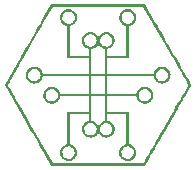
<source format=gbo>
%TF.GenerationSoftware,KiCad,Pcbnew,7.0.10*%
%TF.CreationDate,2024-01-13T22:46:11-05:00*%
%TF.ProjectId,NOR Flasher,4e4f5220-466c-4617-9368-65722e6b6963,rev?*%
%TF.SameCoordinates,Original*%
%TF.FileFunction,Legend,Bot*%
%TF.FilePolarity,Positive*%
%FSLAX46Y46*%
G04 Gerber Fmt 4.6, Leading zero omitted, Abs format (unit mm)*
G04 Created by KiCad (PCBNEW 7.0.10) date 2024-01-13 22:46:11*
%MOMM*%
%LPD*%
G01*
G04 APERTURE LIST*
%ADD10R,1.700000X1.700000*%
%ADD11O,1.700000X1.700000*%
%ADD12R,1.600000X1.600000*%
%ADD13O,1.600000X1.600000*%
G04 APERTURE END LIST*
%TO.C,G\u002A\u002A\u002A*%
G36*
X145034447Y-106732558D02*
G01*
X144996885Y-106799836D01*
X144942670Y-106895941D01*
X144872922Y-107018923D01*
X144788763Y-107166832D01*
X144691316Y-107337718D01*
X144581700Y-107529630D01*
X144461039Y-107740618D01*
X144330454Y-107968732D01*
X144191067Y-108212021D01*
X144043998Y-108468537D01*
X143890370Y-108736327D01*
X143731304Y-109013443D01*
X143567923Y-109297933D01*
X143401347Y-109587849D01*
X143232698Y-109881239D01*
X143063098Y-110176153D01*
X142893669Y-110470641D01*
X142725532Y-110762753D01*
X142559808Y-111050539D01*
X142397620Y-111332048D01*
X142240090Y-111605331D01*
X142088337Y-111868437D01*
X141943485Y-112119415D01*
X141806656Y-112356316D01*
X141678969Y-112577190D01*
X141561548Y-112780086D01*
X141455514Y-112963054D01*
X141361988Y-113124143D01*
X141282092Y-113261405D01*
X141216948Y-113372888D01*
X141167678Y-113456642D01*
X141135403Y-113510717D01*
X141121244Y-113533163D01*
X141112893Y-113535952D01*
X141089878Y-113538672D01*
X141050958Y-113541146D01*
X140994768Y-113543380D01*
X140919947Y-113545381D01*
X140825131Y-113547156D01*
X140708956Y-113548712D01*
X140570061Y-113550054D01*
X140407083Y-113551191D01*
X140218657Y-113552128D01*
X140003421Y-113552873D01*
X139760013Y-113553432D01*
X139487069Y-113553811D01*
X139183226Y-113554018D01*
X138847122Y-113554060D01*
X138477392Y-113553942D01*
X138072675Y-113553672D01*
X137631608Y-113553256D01*
X137152826Y-113552701D01*
X133203746Y-113547769D01*
X133034647Y-113254692D01*
X133019303Y-113228100D01*
X132979958Y-113159925D01*
X132922857Y-113060987D01*
X132849085Y-112933167D01*
X132759726Y-112778345D01*
X132655865Y-112598399D01*
X132538588Y-112395210D01*
X132408979Y-112170658D01*
X132268124Y-111926622D01*
X132117107Y-111664983D01*
X131957014Y-111387619D01*
X131788928Y-111096411D01*
X131613937Y-110793239D01*
X131433123Y-110479982D01*
X131247574Y-110158520D01*
X131058372Y-109830734D01*
X129251875Y-106701029D01*
X129520785Y-106701029D01*
X129521163Y-106702225D01*
X129534531Y-106728112D01*
X129566340Y-106785864D01*
X129615650Y-106873840D01*
X129681521Y-106990399D01*
X129763013Y-107133898D01*
X129859187Y-107302697D01*
X129969103Y-107495155D01*
X130091821Y-107709629D01*
X130226402Y-107944480D01*
X130371905Y-108198064D01*
X130527390Y-108468742D01*
X130691919Y-108754871D01*
X130864552Y-109054810D01*
X131044348Y-109366919D01*
X131230367Y-109689555D01*
X131421671Y-110021077D01*
X133322235Y-113313308D01*
X137155404Y-113318241D01*
X140988574Y-113323174D01*
X141016522Y-113279164D01*
X141023353Y-113268103D01*
X141052020Y-113220034D01*
X141097899Y-113141913D01*
X141159843Y-113035737D01*
X141236703Y-112903501D01*
X141327331Y-112747204D01*
X141430579Y-112568842D01*
X141545299Y-112370412D01*
X141670343Y-112153911D01*
X141804563Y-111921336D01*
X141946810Y-111674684D01*
X142095938Y-111415951D01*
X142250797Y-111147135D01*
X142410239Y-110870233D01*
X142573117Y-110587242D01*
X142738283Y-110300157D01*
X142904588Y-110010978D01*
X143070885Y-109721699D01*
X143236025Y-109434319D01*
X143398860Y-109150834D01*
X143558242Y-108873241D01*
X143713023Y-108603536D01*
X143862056Y-108343718D01*
X144004191Y-108095783D01*
X144138281Y-107861727D01*
X144263179Y-107643548D01*
X144377735Y-107443243D01*
X144480801Y-107262808D01*
X144571231Y-107104241D01*
X144647875Y-106969538D01*
X144709585Y-106860696D01*
X144755215Y-106779712D01*
X144783614Y-106728584D01*
X144793636Y-106709308D01*
X144788230Y-106695039D01*
X144764111Y-106647365D01*
X144721109Y-106567373D01*
X144659679Y-106455861D01*
X144580278Y-106313632D01*
X144483361Y-106141486D01*
X144369383Y-105940223D01*
X144238800Y-105710644D01*
X144092068Y-105453550D01*
X143929642Y-105169741D01*
X143751977Y-104860019D01*
X143559530Y-104525182D01*
X143352756Y-104166033D01*
X143132110Y-103783372D01*
X142898048Y-103378000D01*
X140995905Y-100085769D01*
X137159333Y-100085769D01*
X133322761Y-100085769D01*
X132612252Y-101316692D01*
X132510839Y-101492387D01*
X132386988Y-101706954D01*
X132248162Y-101947467D01*
X132096702Y-102209868D01*
X131934948Y-102490104D01*
X131765242Y-102784118D01*
X131589924Y-103087853D01*
X131411337Y-103397255D01*
X131231820Y-103708268D01*
X131053714Y-104016836D01*
X130879362Y-104318903D01*
X130711102Y-104610414D01*
X130587853Y-104824096D01*
X130441339Y-105078521D01*
X130301336Y-105322080D01*
X130169032Y-105552688D01*
X130045616Y-105768257D01*
X129932274Y-105966701D01*
X129830196Y-106145933D01*
X129740569Y-106303866D01*
X129664582Y-106438415D01*
X129603421Y-106547492D01*
X129558276Y-106629012D01*
X129530335Y-106680886D01*
X129520785Y-106701029D01*
X129251875Y-106701029D01*
X129251196Y-106699852D01*
X130629886Y-104311118D01*
X130651559Y-104273567D01*
X130827298Y-103969114D01*
X131005535Y-103660384D01*
X131184433Y-103350556D01*
X131362158Y-103042805D01*
X131536874Y-102740309D01*
X131706746Y-102446246D01*
X131869937Y-102163791D01*
X132024613Y-101896121D01*
X132168938Y-101646415D01*
X132301077Y-101417848D01*
X132419194Y-101213597D01*
X132521453Y-101036840D01*
X132606019Y-100890754D01*
X133203462Y-99859123D01*
X137160000Y-99859401D01*
X141116539Y-99859678D01*
X141927842Y-101262262D01*
X142107975Y-101573714D01*
X142321634Y-101943233D01*
X142533646Y-102310003D01*
X142743113Y-102672471D01*
X142949139Y-103029082D01*
X143150830Y-103378283D01*
X143347289Y-103718520D01*
X143537619Y-104048239D01*
X143720926Y-104365886D01*
X143896314Y-104669908D01*
X144062885Y-104958750D01*
X144219746Y-105230859D01*
X144365999Y-105484681D01*
X144500749Y-105718661D01*
X144623100Y-105931247D01*
X144732155Y-106120884D01*
X144827020Y-106286019D01*
X144906799Y-106425097D01*
X144970594Y-106536565D01*
X145017512Y-106618869D01*
X145046654Y-106670455D01*
X145057127Y-106689769D01*
X145054233Y-106696057D01*
X145047050Y-106709308D01*
X145034447Y-106732558D01*
G37*
G36*
X140377945Y-101073119D02*
G01*
X140344693Y-101210173D01*
X140286826Y-101343020D01*
X140209720Y-101460347D01*
X140118748Y-101550843D01*
X140076234Y-101580164D01*
X140001507Y-101623013D01*
X139922969Y-101660571D01*
X139852649Y-101687261D01*
X139802577Y-101697501D01*
X139758616Y-101697692D01*
X139758616Y-103055615D01*
X139758616Y-104413538D01*
X138850077Y-104413538D01*
X137941539Y-104413538D01*
X137941539Y-105087709D01*
X137941539Y-105761692D01*
X137941539Y-105761880D01*
X139897588Y-105756901D01*
X141853637Y-105751923D01*
X141887435Y-105642682D01*
X141933147Y-105529116D01*
X142023676Y-105391688D01*
X142144187Y-105277804D01*
X142292178Y-105190258D01*
X142296175Y-105188470D01*
X142393705Y-105159764D01*
X142512434Y-105145589D01*
X142637993Y-105145946D01*
X142756015Y-105160836D01*
X142852130Y-105190258D01*
X142891713Y-105209663D01*
X143028467Y-105301252D01*
X143138213Y-105415284D01*
X143219555Y-105546658D01*
X143271102Y-105690279D01*
X143291459Y-105841047D01*
X143289147Y-105869943D01*
X143279232Y-105993866D01*
X143233028Y-106143636D01*
X143151454Y-106285259D01*
X143070590Y-106377578D01*
X142967676Y-106457103D01*
X142835923Y-106526967D01*
X142791521Y-106543784D01*
X142673331Y-106568141D01*
X142543167Y-106573457D01*
X142416397Y-106559732D01*
X142308385Y-106526967D01*
X142175673Y-106454853D01*
X142047900Y-106350584D01*
X141952394Y-106225398D01*
X141888068Y-106078132D01*
X141853637Y-105966846D01*
X139897588Y-105961867D01*
X137941539Y-105956889D01*
X137941539Y-105957077D01*
X137941539Y-106709360D01*
X137941539Y-107461832D01*
X139164993Y-107456800D01*
X140388447Y-107451769D01*
X140425274Y-107334538D01*
X140443557Y-107285152D01*
X140485455Y-107197675D01*
X140531375Y-107123466D01*
X140559342Y-107088480D01*
X140671721Y-106985238D01*
X140806727Y-106905647D01*
X140954897Y-106854429D01*
X141106769Y-106836308D01*
X141213351Y-106844441D01*
X141367618Y-106886430D01*
X141507515Y-106960857D01*
X141627996Y-107063993D01*
X141724015Y-107192110D01*
X141790526Y-107341481D01*
X141823131Y-107486126D01*
X141823729Y-107559231D01*
X141824276Y-107626061D01*
X141792948Y-107771503D01*
X141736338Y-107906963D01*
X141646063Y-108034448D01*
X141524822Y-108140319D01*
X141370539Y-108226813D01*
X141326137Y-108243630D01*
X141207946Y-108267987D01*
X141077783Y-108273303D01*
X140951012Y-108259578D01*
X140843000Y-108226813D01*
X140710287Y-108154699D01*
X140582514Y-108050429D01*
X140487009Y-107925243D01*
X140422685Y-107777978D01*
X140388254Y-107666692D01*
X139164636Y-107661661D01*
X137941019Y-107656629D01*
X137941021Y-107656923D01*
X137946163Y-108316199D01*
X137951308Y-108975769D01*
X138854962Y-108980849D01*
X139758616Y-108985929D01*
X139758616Y-110341482D01*
X139758616Y-111697036D01*
X139830806Y-111710578D01*
X139880918Y-111722792D01*
X140009438Y-111779328D01*
X140129023Y-111866874D01*
X140232661Y-111979605D01*
X140313342Y-112111692D01*
X140326298Y-112139279D01*
X140351603Y-112201050D01*
X140365973Y-112257711D01*
X140372337Y-112323970D01*
X140373043Y-112373694D01*
X140373623Y-112414538D01*
X140371539Y-112507044D01*
X140363978Y-112577395D01*
X140348369Y-112637011D01*
X140322135Y-112700191D01*
X140267674Y-112798318D01*
X140160161Y-112928013D01*
X140026608Y-113029692D01*
X139870258Y-113100486D01*
X139830619Y-113110218D01*
X139739349Y-113120551D01*
X139631616Y-113121473D01*
X139510478Y-113107933D01*
X139353988Y-113059308D01*
X139217098Y-112977490D01*
X139102096Y-112863960D01*
X139011268Y-112720197D01*
X138994736Y-112685904D01*
X138969636Y-112625661D01*
X138955465Y-112570148D01*
X138949188Y-112504775D01*
X138947769Y-112414956D01*
X138947813Y-112404993D01*
X139136397Y-112404993D01*
X139152207Y-112543278D01*
X139203320Y-112669811D01*
X139287036Y-112779440D01*
X139400658Y-112867009D01*
X139419964Y-112877312D01*
X139517950Y-112910723D01*
X139631756Y-112927528D01*
X139745098Y-112926301D01*
X139841694Y-112905618D01*
X139870428Y-112893991D01*
X139988026Y-112823640D01*
X140079371Y-112730501D01*
X140143315Y-112620507D01*
X140178711Y-112499594D01*
X140184413Y-112373694D01*
X140159272Y-112248743D01*
X140102141Y-112130674D01*
X140011873Y-112025422D01*
X139981943Y-111999549D01*
X139885376Y-111935197D01*
X139783124Y-111900613D01*
X139660923Y-111890305D01*
X139621401Y-111891172D01*
X139506668Y-111908171D01*
X139407614Y-111951090D01*
X139309974Y-112025422D01*
X139229753Y-112113601D01*
X139167544Y-112230721D01*
X139138518Y-112366458D01*
X139136397Y-112404993D01*
X138947813Y-112404993D01*
X138947930Y-112378341D01*
X138950956Y-112297937D01*
X138960095Y-112236507D01*
X138978295Y-112179333D01*
X139008504Y-112111692D01*
X139036244Y-112059190D01*
X139126546Y-111933828D01*
X139237119Y-111830053D01*
X139360954Y-111753695D01*
X139491041Y-111710578D01*
X139563231Y-111697036D01*
X139563231Y-110438979D01*
X139563231Y-109180923D01*
X138752385Y-109180923D01*
X137941539Y-109180923D01*
X137941539Y-109443939D01*
X137941539Y-109706955D01*
X138024577Y-109729030D01*
X138143079Y-109771920D01*
X138284366Y-109858349D01*
X138405148Y-109975990D01*
X138501837Y-110121891D01*
X138521962Y-110162212D01*
X138540362Y-110209997D01*
X138550855Y-110261316D01*
X138555608Y-110328010D01*
X138556219Y-110376556D01*
X138556790Y-110421916D01*
X138556036Y-110510613D01*
X138551766Y-110578495D01*
X138541456Y-110632219D01*
X138522593Y-110684587D01*
X138492660Y-110748405D01*
X138468762Y-110792774D01*
X138373408Y-110920910D01*
X138253621Y-111025861D01*
X138117385Y-111100146D01*
X138101061Y-111106322D01*
X137969671Y-111137940D01*
X137827232Y-111145880D01*
X137687955Y-111130363D01*
X137566047Y-111091609D01*
X137557836Y-111087713D01*
X137460530Y-111029840D01*
X137365286Y-110954683D01*
X137283668Y-110872428D01*
X137227240Y-110793258D01*
X137212433Y-110767024D01*
X137185552Y-110731752D01*
X137166065Y-110731237D01*
X137150082Y-110764008D01*
X137140228Y-110786676D01*
X137097675Y-110847865D01*
X137033990Y-110916713D01*
X136957963Y-110985011D01*
X136878385Y-111044549D01*
X136804049Y-111087119D01*
X136680581Y-111127560D01*
X136531028Y-111145897D01*
X136380023Y-111136868D01*
X136241692Y-111100146D01*
X136197008Y-111080270D01*
X136065201Y-110995443D01*
X135952331Y-110882354D01*
X135866417Y-110748515D01*
X135842912Y-110699205D01*
X135820889Y-110643177D01*
X135808590Y-110589028D01*
X135803243Y-110523116D01*
X135802077Y-110431795D01*
X135802189Y-110400167D01*
X135802883Y-110377866D01*
X135988642Y-110377866D01*
X135991857Y-110459127D01*
X135992262Y-110465107D01*
X136017225Y-110607812D01*
X136071319Y-110725660D01*
X136156720Y-110822036D01*
X136275606Y-110900326D01*
X136325249Y-110921300D01*
X136439696Y-110946778D01*
X136561481Y-110950018D01*
X136673314Y-110929741D01*
X136743361Y-110898629D01*
X136839896Y-110831026D01*
X136925112Y-110744835D01*
X136986540Y-110651147D01*
X137001852Y-110616309D01*
X137024348Y-110532578D01*
X137030485Y-110431560D01*
X137030480Y-110431384D01*
X137329324Y-110431384D01*
X137329345Y-110431560D01*
X137343723Y-110553405D01*
X137391710Y-110679617D01*
X137469054Y-110788475D01*
X137571286Y-110873873D01*
X137693939Y-110929706D01*
X137740067Y-110941771D01*
X137878681Y-110955657D01*
X138009635Y-110932144D01*
X138137526Y-110870619D01*
X138184671Y-110836802D01*
X138274355Y-110741471D01*
X138335440Y-110628477D01*
X138367455Y-110504584D01*
X138369933Y-110376556D01*
X138342403Y-110251156D01*
X138284398Y-110135150D01*
X138195448Y-110035301D01*
X138083664Y-109960856D01*
X137955597Y-109916253D01*
X137823434Y-109906293D01*
X137693388Y-109930592D01*
X137571672Y-109988767D01*
X137464500Y-110080435D01*
X137438837Y-110110111D01*
X137374374Y-110206751D01*
X137339702Y-110309086D01*
X137329324Y-110431384D01*
X137030480Y-110431384D01*
X137029492Y-110394288D01*
X137012121Y-110278258D01*
X136968979Y-110178367D01*
X136894578Y-110080435D01*
X136815470Y-110008178D01*
X136699261Y-109942594D01*
X136574804Y-109909827D01*
X136447996Y-109909004D01*
X136324734Y-109939253D01*
X136210915Y-109999700D01*
X136112435Y-110089472D01*
X136035192Y-110207695D01*
X136009177Y-110265220D01*
X135993463Y-110318757D01*
X135988642Y-110377866D01*
X135802883Y-110377866D01*
X135804861Y-110314360D01*
X135812851Y-110250377D01*
X135828476Y-110194969D01*
X135854057Y-110134885D01*
X135878023Y-110089444D01*
X135931698Y-110006022D01*
X135987949Y-109935138D01*
X136000534Y-109922187D01*
X136063498Y-109868880D01*
X136139833Y-109816583D01*
X136218883Y-109771520D01*
X136289992Y-109739917D01*
X136342506Y-109728000D01*
X136342887Y-109727999D01*
X136356937Y-109725120D01*
X136366721Y-109712709D01*
X136368726Y-109703822D01*
X136573846Y-109703822D01*
X136664164Y-109726565D01*
X136667584Y-109727437D01*
X136786823Y-109770318D01*
X136902584Y-109833664D01*
X137006071Y-109910936D01*
X137088490Y-109995593D01*
X137141044Y-110081097D01*
X137142027Y-110083446D01*
X137162011Y-110122272D01*
X137177466Y-110138308D01*
X137180554Y-110137080D01*
X137200212Y-110114211D01*
X137226135Y-110071564D01*
X137284555Y-109984715D01*
X137389203Y-109880828D01*
X137516718Y-109796062D01*
X137658231Y-109737281D01*
X137736385Y-109713922D01*
X137741442Y-108685423D01*
X137746500Y-107656923D01*
X137160173Y-107656923D01*
X136573846Y-107656923D01*
X136573846Y-108680373D01*
X136573846Y-109703822D01*
X136368726Y-109703822D01*
X136373003Y-109684858D01*
X136376545Y-109635658D01*
X136378112Y-109559200D01*
X136378466Y-109449577D01*
X136378471Y-109171154D01*
X135572505Y-109175503D01*
X134766539Y-109179852D01*
X134766539Y-110434874D01*
X134766539Y-111689897D01*
X134845755Y-111712832D01*
X134963622Y-111757607D01*
X135104221Y-111846037D01*
X135220925Y-111964704D01*
X135311496Y-112111692D01*
X135323997Y-112138298D01*
X135349521Y-112200453D01*
X135364103Y-112257467D01*
X135370690Y-112324062D01*
X135371531Y-112373694D01*
X135372231Y-112414956D01*
X135371974Y-112461370D01*
X135368638Y-112537819D01*
X135359009Y-112596716D01*
X135340052Y-112652646D01*
X135308732Y-112720197D01*
X135219997Y-112859420D01*
X135100521Y-112977067D01*
X134955576Y-113065943D01*
X134937025Y-113074463D01*
X134879545Y-113096971D01*
X134822918Y-113110164D01*
X134753858Y-113116371D01*
X134659077Y-113117923D01*
X134628428Y-113117818D01*
X134542400Y-113115166D01*
X134478273Y-113107190D01*
X134422762Y-113091558D01*
X134362578Y-113065943D01*
X134220998Y-112979683D01*
X134100837Y-112862722D01*
X134009422Y-112720197D01*
X133992890Y-112685904D01*
X133967790Y-112625661D01*
X133953619Y-112570148D01*
X133947341Y-112504775D01*
X133945923Y-112414956D01*
X133945967Y-112404993D01*
X134134551Y-112404993D01*
X134150361Y-112543278D01*
X134201474Y-112669811D01*
X134285190Y-112779440D01*
X134398812Y-112867009D01*
X134418117Y-112877312D01*
X134516104Y-112910723D01*
X134629910Y-112927528D01*
X134743252Y-112926301D01*
X134839848Y-112905618D01*
X134868582Y-112893991D01*
X134986180Y-112823640D01*
X135077525Y-112730501D01*
X135141469Y-112620507D01*
X135176865Y-112499594D01*
X135182567Y-112373694D01*
X135157425Y-112248743D01*
X135100295Y-112130674D01*
X135010027Y-112025422D01*
X134980097Y-111999549D01*
X134883530Y-111935197D01*
X134781278Y-111900613D01*
X134659077Y-111890305D01*
X134619555Y-111891172D01*
X134504822Y-111908171D01*
X134405768Y-111951090D01*
X134308128Y-112025422D01*
X134227907Y-112113601D01*
X134165698Y-112230721D01*
X134136672Y-112366458D01*
X134134551Y-112404993D01*
X133945967Y-112404993D01*
X133946084Y-112378341D01*
X133949110Y-112297937D01*
X133958249Y-112236507D01*
X133976449Y-112179333D01*
X134006658Y-112111692D01*
X134034398Y-112059190D01*
X134124700Y-111933828D01*
X134235273Y-111830053D01*
X134359108Y-111753695D01*
X134489195Y-111710578D01*
X134561385Y-111697036D01*
X134561385Y-110341287D01*
X134561385Y-108985538D01*
X135439018Y-108985538D01*
X135577870Y-108985390D01*
X135751908Y-108984765D01*
X135911398Y-108983702D01*
X136052253Y-108982254D01*
X136170385Y-108980475D01*
X136261705Y-108978417D01*
X136322125Y-108976133D01*
X136347556Y-108973679D01*
X136354170Y-108969140D01*
X136361332Y-108955746D01*
X136366956Y-108930345D01*
X136371221Y-108889069D01*
X136374307Y-108828050D01*
X136376395Y-108743424D01*
X136377663Y-108631321D01*
X136378292Y-108487877D01*
X136378462Y-108309223D01*
X136378462Y-107656627D01*
X135164873Y-107661660D01*
X133951285Y-107666692D01*
X133916854Y-107777978D01*
X133865039Y-107902913D01*
X133774660Y-108031597D01*
X133652189Y-108139177D01*
X133496539Y-108226813D01*
X133470559Y-108237876D01*
X133405749Y-108257901D01*
X133331349Y-108268125D01*
X133232769Y-108270989D01*
X133141110Y-108267341D01*
X133023783Y-108246442D01*
X132914193Y-108202797D01*
X132797455Y-108131641D01*
X132724095Y-108068927D01*
X132638366Y-107960223D01*
X132570524Y-107832014D01*
X132525905Y-107694918D01*
X132509846Y-107559548D01*
X132509873Y-107559231D01*
X132715456Y-107559231D01*
X132715479Y-107564326D01*
X132719773Y-107656814D01*
X132733242Y-107726019D01*
X132758660Y-107786550D01*
X132797585Y-107849597D01*
X132890423Y-107953171D01*
X133000325Y-108029183D01*
X133002185Y-108030120D01*
X133081570Y-108057501D01*
X133179668Y-108074569D01*
X133278421Y-108079294D01*
X133359769Y-108069642D01*
X133390328Y-108060560D01*
X133515832Y-107999156D01*
X133623362Y-107906178D01*
X133706879Y-107786550D01*
X133708362Y-107783724D01*
X133733165Y-107723114D01*
X133746146Y-107653153D01*
X133750083Y-107559231D01*
X140589456Y-107559231D01*
X140589479Y-107564326D01*
X140593773Y-107656814D01*
X140607242Y-107726019D01*
X140632660Y-107786550D01*
X140671585Y-107849597D01*
X140764423Y-107953171D01*
X140874325Y-108029183D01*
X140876185Y-108030120D01*
X140955570Y-108057501D01*
X141053668Y-108074569D01*
X141152421Y-108079294D01*
X141233769Y-108069642D01*
X141264328Y-108060560D01*
X141389832Y-107999156D01*
X141497362Y-107906178D01*
X141580879Y-107786550D01*
X141582362Y-107783724D01*
X141607165Y-107723114D01*
X141620146Y-107653153D01*
X141624083Y-107559231D01*
X141622982Y-107491705D01*
X141615565Y-107426293D01*
X141597828Y-107370111D01*
X141565920Y-107306416D01*
X141482894Y-107192529D01*
X141375263Y-107106498D01*
X141248477Y-107053041D01*
X141106769Y-107034665D01*
X140967360Y-107052428D01*
X140840284Y-107105309D01*
X140732292Y-107190808D01*
X140647619Y-107306416D01*
X140621563Y-107356931D01*
X140600952Y-107413348D01*
X140591533Y-107475200D01*
X140589456Y-107559231D01*
X133750083Y-107559231D01*
X133748982Y-107491705D01*
X133741565Y-107426293D01*
X133723828Y-107370111D01*
X133691920Y-107306416D01*
X133608894Y-107192529D01*
X133501263Y-107106498D01*
X133374477Y-107053041D01*
X133232769Y-107034665D01*
X133093360Y-107052428D01*
X132966284Y-107105309D01*
X132858292Y-107190808D01*
X132773619Y-107306416D01*
X132747563Y-107356931D01*
X132726952Y-107413348D01*
X132717533Y-107475200D01*
X132715456Y-107559231D01*
X132509873Y-107559231D01*
X132517068Y-107476114D01*
X132547344Y-107350899D01*
X132596019Y-107227757D01*
X132657415Y-107123466D01*
X132685510Y-107088315D01*
X132797849Y-106985146D01*
X132932814Y-106905606D01*
X133080941Y-106854419D01*
X133232769Y-106836308D01*
X133339438Y-106844587D01*
X133492964Y-106886602D01*
X133632663Y-106960591D01*
X133753081Y-107062568D01*
X133848766Y-107188546D01*
X133914265Y-107334538D01*
X133951092Y-107451769D01*
X135164777Y-107456802D01*
X136378462Y-107461834D01*
X136378462Y-107461538D01*
X136573846Y-107461538D01*
X137160000Y-107461538D01*
X137746154Y-107461538D01*
X137746154Y-106709308D01*
X137746154Y-105957077D01*
X137160000Y-105957077D01*
X136573846Y-105957077D01*
X136573846Y-106709308D01*
X136573846Y-107461538D01*
X136378462Y-107461538D01*
X136378462Y-106709361D01*
X136378462Y-105956888D01*
X134433001Y-105961867D01*
X132487539Y-105966846D01*
X132447996Y-106083980D01*
X132387332Y-106221935D01*
X132298766Y-106343615D01*
X132181390Y-106443857D01*
X132031154Y-106526967D01*
X131986752Y-106543784D01*
X131868562Y-106568141D01*
X131738398Y-106573457D01*
X131611628Y-106559732D01*
X131503616Y-106526967D01*
X131356291Y-106445921D01*
X131239065Y-106346893D01*
X131150220Y-106226374D01*
X131085334Y-106079636D01*
X131083894Y-106075330D01*
X131050643Y-105931018D01*
X131050606Y-105859384D01*
X131250071Y-105859384D01*
X131250094Y-105864480D01*
X131254389Y-105956968D01*
X131267857Y-106026173D01*
X131293275Y-106086704D01*
X131327834Y-106143588D01*
X131423302Y-106251586D01*
X131539491Y-106331658D01*
X131626664Y-106362559D01*
X131733235Y-106379074D01*
X131839723Y-106378646D01*
X131929210Y-106360041D01*
X132029274Y-106312112D01*
X132139164Y-106226490D01*
X132220757Y-106120725D01*
X132272001Y-106000111D01*
X132290844Y-105869943D01*
X132289618Y-105859384D01*
X142054841Y-105859384D01*
X142054863Y-105864480D01*
X142055117Y-105869943D01*
X142059158Y-105956968D01*
X142072626Y-106026173D01*
X142098045Y-106086704D01*
X142132603Y-106143588D01*
X142228071Y-106251586D01*
X142344260Y-106331658D01*
X142431433Y-106362559D01*
X142538004Y-106379074D01*
X142644492Y-106378646D01*
X142733979Y-106360041D01*
X142834043Y-106312112D01*
X142943933Y-106226490D01*
X143025526Y-106120725D01*
X143076771Y-106000111D01*
X143095613Y-105869943D01*
X143080001Y-105735515D01*
X143027880Y-105602122D01*
X143027655Y-105601706D01*
X142945539Y-105489503D01*
X142838796Y-105405594D01*
X142712606Y-105353019D01*
X142572154Y-105334819D01*
X142432744Y-105352582D01*
X142305668Y-105405463D01*
X142197676Y-105490962D01*
X142113003Y-105606570D01*
X142086948Y-105657085D01*
X142066337Y-105713502D01*
X142056918Y-105775354D01*
X142054841Y-105859384D01*
X132289618Y-105859384D01*
X132275231Y-105735515D01*
X132223111Y-105602122D01*
X132222885Y-105601706D01*
X132140770Y-105489503D01*
X132034026Y-105405594D01*
X131907837Y-105353019D01*
X131767385Y-105334819D01*
X131627975Y-105352582D01*
X131500899Y-105405463D01*
X131392907Y-105490962D01*
X131308234Y-105606570D01*
X131282179Y-105657085D01*
X131261567Y-105713502D01*
X131252149Y-105775354D01*
X131250071Y-105859384D01*
X131050606Y-105859384D01*
X131050571Y-105790562D01*
X131083629Y-105641635D01*
X131150536Y-105489911D01*
X131249232Y-105359789D01*
X131378340Y-105254109D01*
X131448442Y-105214041D01*
X131597208Y-105159117D01*
X131749534Y-105138583D01*
X131900252Y-105150602D01*
X132044196Y-105193336D01*
X132176198Y-105264950D01*
X132291091Y-105363605D01*
X132383708Y-105487464D01*
X132448882Y-105634692D01*
X132485710Y-105751923D01*
X134432086Y-105756902D01*
X136378462Y-105761881D01*
X136378462Y-105087710D01*
X136378462Y-104476211D01*
X136573809Y-104476211D01*
X136573846Y-104708706D01*
X136573846Y-105761692D01*
X137160000Y-105761692D01*
X137746154Y-105761692D01*
X137746154Y-104696846D01*
X137746154Y-103632000D01*
X137702192Y-103631809D01*
X137697659Y-103631709D01*
X137623750Y-103614800D01*
X137536147Y-103573358D01*
X137443773Y-103513794D01*
X137355549Y-103442520D01*
X137280398Y-103365948D01*
X137227240Y-103290488D01*
X137206581Y-103254148D01*
X137183408Y-103227026D01*
X137164666Y-103233254D01*
X137143671Y-103271297D01*
X137124853Y-103305242D01*
X137066238Y-103380442D01*
X136988428Y-103457362D01*
X136902137Y-103525968D01*
X136818077Y-103576227D01*
X136757946Y-103602916D01*
X136701997Y-103623928D01*
X136668252Y-103631984D01*
X136657332Y-103631812D01*
X136638609Y-103631624D01*
X136622910Y-103634169D01*
X136609969Y-103642475D01*
X136599521Y-103659570D01*
X136591300Y-103688484D01*
X136585040Y-103732246D01*
X136580477Y-103793883D01*
X136577345Y-103876425D01*
X136575377Y-103982900D01*
X136574309Y-104116337D01*
X136573875Y-104279764D01*
X136573809Y-104476211D01*
X136378462Y-104476211D01*
X136378462Y-104413538D01*
X135469923Y-104413538D01*
X134561385Y-104413538D01*
X134561385Y-103055615D01*
X134561385Y-101697692D01*
X134517423Y-101697501D01*
X134486139Y-101692591D01*
X134420986Y-101670554D01*
X134343767Y-101635864D01*
X134266513Y-101594100D01*
X134201252Y-101550843D01*
X134144780Y-101499848D01*
X134061567Y-101391746D01*
X133995476Y-101263666D01*
X133951880Y-101126920D01*
X133936329Y-100994308D01*
X134141764Y-100994308D01*
X134141786Y-100999403D01*
X134146081Y-101091891D01*
X134159549Y-101161096D01*
X134184968Y-101221627D01*
X134223893Y-101284674D01*
X134316731Y-101388248D01*
X134426633Y-101464260D01*
X134428493Y-101465197D01*
X134507877Y-101492577D01*
X134605976Y-101509646D01*
X134704729Y-101514371D01*
X134786077Y-101504719D01*
X134816635Y-101495636D01*
X134942140Y-101434233D01*
X135049669Y-101341255D01*
X135133187Y-101221627D01*
X135134670Y-101218801D01*
X135159472Y-101158191D01*
X135172454Y-101088230D01*
X135176390Y-100994308D01*
X135175289Y-100926782D01*
X135167873Y-100861370D01*
X135150136Y-100805188D01*
X135118228Y-100741493D01*
X135035202Y-100627606D01*
X134927571Y-100541575D01*
X134800784Y-100488118D01*
X134659077Y-100469742D01*
X134519667Y-100487505D01*
X134392592Y-100540386D01*
X134284599Y-100625885D01*
X134199926Y-100741493D01*
X134173871Y-100792008D01*
X134153260Y-100848425D01*
X134143841Y-100910277D01*
X134141764Y-100994308D01*
X133936329Y-100994308D01*
X133936154Y-100992819D01*
X133943964Y-100906776D01*
X133974554Y-100783077D01*
X134023026Y-100661450D01*
X134083722Y-100558543D01*
X134127179Y-100508480D01*
X134197240Y-100443621D01*
X134270032Y-100389032D01*
X134338472Y-100349728D01*
X134488039Y-100293820D01*
X134640869Y-100272788D01*
X134791901Y-100284802D01*
X134936069Y-100328034D01*
X135068309Y-100400655D01*
X135183560Y-100500836D01*
X135276756Y-100626746D01*
X135342833Y-100776558D01*
X135375438Y-100921203D01*
X135376037Y-100994308D01*
X135376584Y-101061138D01*
X135345255Y-101206580D01*
X135306234Y-101306924D01*
X135221430Y-101441925D01*
X135106125Y-101553520D01*
X134959614Y-101642336D01*
X134781192Y-101709002D01*
X134778628Y-101711478D01*
X134773857Y-101728398D01*
X134769782Y-101763173D01*
X134766359Y-101818160D01*
X134763540Y-101895717D01*
X134761280Y-101998202D01*
X134759534Y-102127973D01*
X134758256Y-102287389D01*
X134757400Y-102478806D01*
X134756919Y-102704584D01*
X134756769Y-102967079D01*
X134756769Y-104218154D01*
X135567616Y-104218154D01*
X136378462Y-104218154D01*
X136378462Y-103928645D01*
X136378462Y-103639136D01*
X136271818Y-103605520D01*
X136221261Y-103585663D01*
X136138636Y-103542369D01*
X136065223Y-103492897D01*
X135991162Y-103425949D01*
X135894766Y-103301385D01*
X135830275Y-103163929D01*
X135797053Y-103018660D01*
X135794541Y-102875096D01*
X135988642Y-102875096D01*
X135991857Y-102956357D01*
X135992262Y-102962337D01*
X136017225Y-103105043D01*
X136071319Y-103222891D01*
X136156720Y-103319267D01*
X136275606Y-103397556D01*
X136325249Y-103418531D01*
X136439696Y-103444009D01*
X136561481Y-103447249D01*
X136673314Y-103426972D01*
X136743361Y-103395860D01*
X136839896Y-103328257D01*
X136925112Y-103242066D01*
X136986540Y-103148378D01*
X137001852Y-103113540D01*
X137024348Y-103029809D01*
X137030485Y-102928791D01*
X137030480Y-102928615D01*
X137329324Y-102928615D01*
X137329345Y-102928791D01*
X137343723Y-103050635D01*
X137391710Y-103176847D01*
X137469054Y-103285706D01*
X137571286Y-103371104D01*
X137693939Y-103426936D01*
X137740067Y-103439001D01*
X137878681Y-103452887D01*
X138009635Y-103429374D01*
X138137526Y-103367850D01*
X138184671Y-103334033D01*
X138274355Y-103238702D01*
X138335440Y-103125708D01*
X138367455Y-103001815D01*
X138369933Y-102873787D01*
X138342403Y-102748387D01*
X138284398Y-102632381D01*
X138195448Y-102532532D01*
X138083664Y-102458087D01*
X137955597Y-102413484D01*
X137823434Y-102403523D01*
X137693388Y-102427823D01*
X137571672Y-102485998D01*
X137464500Y-102577666D01*
X137438837Y-102607342D01*
X137374374Y-102703982D01*
X137339702Y-102806317D01*
X137329324Y-102928615D01*
X137030480Y-102928615D01*
X137029492Y-102891519D01*
X137012121Y-102775488D01*
X136968979Y-102675597D01*
X136894578Y-102577666D01*
X136815470Y-102505409D01*
X136699261Y-102439824D01*
X136574804Y-102407057D01*
X136447996Y-102406235D01*
X136324734Y-102436484D01*
X136210915Y-102496931D01*
X136112435Y-102586702D01*
X136035192Y-102704926D01*
X136009177Y-102762451D01*
X135993463Y-102815988D01*
X135988642Y-102875096D01*
X135794541Y-102875096D01*
X135794463Y-102870658D01*
X135821870Y-102725003D01*
X135878636Y-102586774D01*
X135964126Y-102461051D01*
X136077704Y-102352914D01*
X136218732Y-102267442D01*
X136222484Y-102265689D01*
X136284646Y-102239839D01*
X136343028Y-102224574D01*
X136411883Y-102217309D01*
X136505462Y-102215461D01*
X136539048Y-102215597D01*
X136620517Y-102218540D01*
X136682670Y-102227582D01*
X136740327Y-102245674D01*
X136808308Y-102275768D01*
X136848934Y-102296996D01*
X136942374Y-102358924D01*
X137028642Y-102432307D01*
X137098083Y-102508368D01*
X137141044Y-102578328D01*
X137142027Y-102580676D01*
X137162011Y-102619503D01*
X137177466Y-102635538D01*
X137180554Y-102634311D01*
X137200212Y-102611442D01*
X137226135Y-102568794D01*
X137244791Y-102537419D01*
X137326169Y-102437802D01*
X137431863Y-102347392D01*
X137550769Y-102276196D01*
X137576703Y-102264005D01*
X137639092Y-102238324D01*
X137696195Y-102223648D01*
X137762780Y-102217014D01*
X137853616Y-102215461D01*
X137859553Y-102215466D01*
X137951427Y-102217540D01*
X138019350Y-102225172D01*
X138077573Y-102240945D01*
X138140345Y-102267442D01*
X138268339Y-102343714D01*
X138392551Y-102459180D01*
X138489626Y-102601305D01*
X138515570Y-102652767D01*
X138541211Y-102719474D01*
X138555523Y-102790169D01*
X138562381Y-102873787D01*
X138563085Y-102882366D01*
X138559916Y-103011822D01*
X138525184Y-103172256D01*
X138457653Y-103315280D01*
X138359599Y-103437477D01*
X138233300Y-103535431D01*
X138081032Y-103605726D01*
X137951308Y-103649358D01*
X137945901Y-103933756D01*
X137940494Y-104218154D01*
X138751862Y-104218154D01*
X139563231Y-104218154D01*
X139563231Y-102957923D01*
X139563231Y-101697692D01*
X139519269Y-101697501D01*
X139487985Y-101692591D01*
X139422832Y-101670554D01*
X139345613Y-101635864D01*
X139268359Y-101594100D01*
X139203098Y-101550843D01*
X139146627Y-101499848D01*
X139063413Y-101391746D01*
X138997322Y-101263666D01*
X138953726Y-101126920D01*
X138938175Y-100994308D01*
X139143610Y-100994308D01*
X139143632Y-100999403D01*
X139147927Y-101091891D01*
X139161395Y-101161096D01*
X139186814Y-101221627D01*
X139225739Y-101284674D01*
X139318577Y-101388248D01*
X139428479Y-101464260D01*
X139430339Y-101465197D01*
X139509724Y-101492577D01*
X139607822Y-101509646D01*
X139706575Y-101514371D01*
X139787923Y-101504719D01*
X139818482Y-101495636D01*
X139943986Y-101434233D01*
X140051516Y-101341255D01*
X140135033Y-101221627D01*
X140136516Y-101218801D01*
X140161318Y-101158191D01*
X140174300Y-101088230D01*
X140178237Y-100994308D01*
X140177136Y-100926782D01*
X140169719Y-100861370D01*
X140151982Y-100805188D01*
X140120074Y-100741493D01*
X140037048Y-100627606D01*
X139929417Y-100541575D01*
X139802631Y-100488118D01*
X139660923Y-100469742D01*
X139521513Y-100487505D01*
X139394438Y-100540386D01*
X139286446Y-100625885D01*
X139201772Y-100741493D01*
X139175717Y-100792008D01*
X139155106Y-100848425D01*
X139145687Y-100910277D01*
X139143610Y-100994308D01*
X138938175Y-100994308D01*
X138938000Y-100992819D01*
X138945810Y-100906776D01*
X138976400Y-100783077D01*
X139024872Y-100661450D01*
X139085569Y-100558543D01*
X139113664Y-100523392D01*
X139226003Y-100420223D01*
X139360967Y-100340683D01*
X139509095Y-100289496D01*
X139660923Y-100271384D01*
X139706678Y-100273092D01*
X139858385Y-100301708D01*
X140003529Y-100361970D01*
X140132647Y-100449156D01*
X140236278Y-100558543D01*
X140283811Y-100635368D01*
X140335615Y-100754144D01*
X140370846Y-100878844D01*
X140383846Y-100992819D01*
X140383737Y-100994308D01*
X140377945Y-101073119D01*
G37*
%TD*%
%LPC*%
D10*
%TO.C,JTOP1*%
X149860000Y-68580000D03*
D11*
X147320000Y-68580000D03*
X144780000Y-68580000D03*
X142240000Y-68580000D03*
X139700000Y-68580000D03*
X137160000Y-68580000D03*
X134620000Y-68580000D03*
X132080000Y-68580000D03*
%TD*%
D10*
%TO.C,JTOP2*%
X172720000Y-68580000D03*
D11*
X170180000Y-68580000D03*
X167640000Y-68580000D03*
X165100000Y-68580000D03*
X162560000Y-68580000D03*
X160020000Y-68580000D03*
X157480000Y-68580000D03*
X154940000Y-68580000D03*
%TD*%
D10*
%TO.C,JBOT1*%
X137160000Y-116840000D03*
D11*
X139700000Y-116840000D03*
X142240000Y-116840000D03*
X144780000Y-116840000D03*
X147320000Y-116840000D03*
X149860000Y-116840000D03*
X152400000Y-116840000D03*
X154940000Y-116840000D03*
%TD*%
D10*
%TO.C,JBOT2*%
X160020000Y-116840000D03*
D11*
X162560000Y-116840000D03*
X165100000Y-116840000D03*
X167640000Y-116840000D03*
X170180000Y-116840000D03*
X172720000Y-116840000D03*
X175260000Y-116840000D03*
X177800000Y-116840000D03*
%TD*%
D10*
%TO.C,J1*%
X180340000Y-68580000D03*
D11*
X180340000Y-71120000D03*
X180340000Y-73660000D03*
X180340000Y-76200000D03*
X180340000Y-78740000D03*
X180340000Y-81280000D03*
X180340000Y-83820000D03*
X180340000Y-86360000D03*
X180340000Y-88900000D03*
X180340000Y-91440000D03*
X180340000Y-93980000D03*
X180340000Y-96520000D03*
X180340000Y-99060000D03*
X180340000Y-101600000D03*
X180340000Y-104140000D03*
X180340000Y-106680000D03*
X180340000Y-109220000D03*
X180340000Y-111760000D03*
%TD*%
D10*
%TO.C,J2*%
X182880000Y-68580000D03*
D11*
X182880000Y-71120000D03*
X182880000Y-73660000D03*
X182880000Y-76200000D03*
X182880000Y-78740000D03*
X182880000Y-81280000D03*
X182880000Y-83820000D03*
X182880000Y-86360000D03*
X182880000Y-88900000D03*
X182880000Y-91440000D03*
X182880000Y-93980000D03*
X182880000Y-96520000D03*
X182880000Y-99060000D03*
X182880000Y-101600000D03*
X182880000Y-104140000D03*
X182880000Y-106680000D03*
X182880000Y-109220000D03*
X182880000Y-111760000D03*
%TD*%
D12*
%TO.C,U1*%
X165500000Y-83500000D03*
D13*
X162960000Y-83500000D03*
X160420000Y-83500000D03*
X157880000Y-83500000D03*
X155340000Y-83500000D03*
X152800000Y-83500000D03*
X150260000Y-83500000D03*
X147720000Y-83500000D03*
X145180000Y-83500000D03*
X142640000Y-83500000D03*
X140100000Y-83500000D03*
X137560000Y-83500000D03*
X135020000Y-83500000D03*
X132480000Y-83500000D03*
X129940000Y-83500000D03*
X127400000Y-83500000D03*
X127400000Y-98740000D03*
X129940000Y-98740000D03*
X132480000Y-98740000D03*
X135020000Y-98740000D03*
X137560000Y-98740000D03*
X140100000Y-98740000D03*
X142640000Y-98740000D03*
X145180000Y-98740000D03*
X147720000Y-98740000D03*
X150260000Y-98740000D03*
X152800000Y-98740000D03*
X155340000Y-98740000D03*
X157880000Y-98740000D03*
X160420000Y-98740000D03*
X162960000Y-98740000D03*
X165500000Y-98740000D03*
%TD*%
%LPD*%
M02*

</source>
